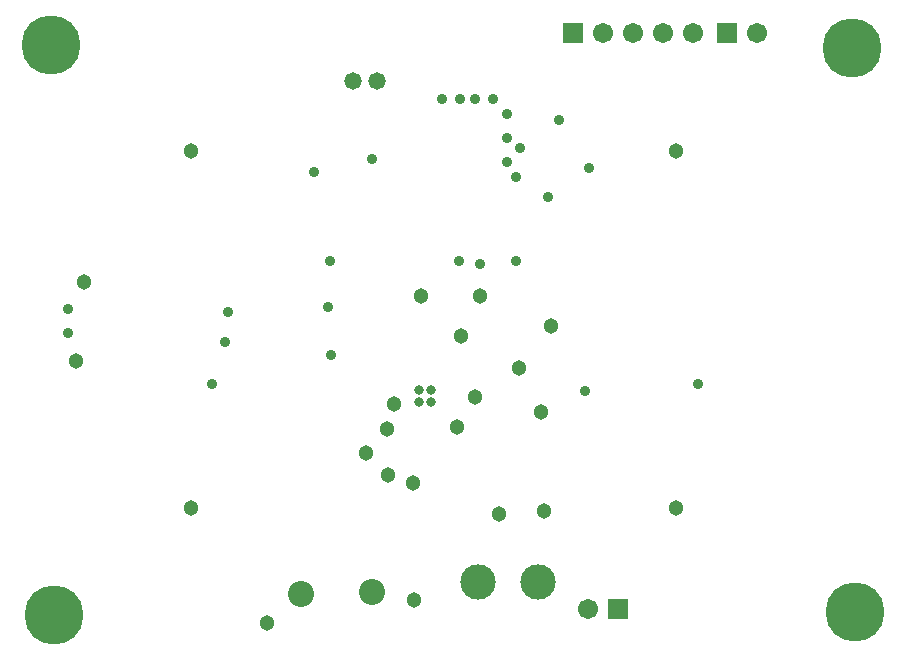
<source format=gbs>
G04*
G04 #@! TF.GenerationSoftware,Altium Limited,Altium Designer,24.10.1 (45)*
G04*
G04 Layer_Color=16711935*
%FSLAX25Y25*%
%MOIN*%
G70*
G04*
G04 #@! TF.SameCoordinates,2527C48D-E229-4BF9-9412-56DB5BB32D7D*
G04*
G04*
G04 #@! TF.FilePolarity,Negative*
G04*
G01*
G75*
%ADD58C,0.03556*%
%ADD59R,0.06706X0.06706*%
%ADD60C,0.06706*%
%ADD61C,0.11800*%
%ADD62C,0.19685*%
%ADD63C,0.05131*%
%ADD64C,0.08674*%
%ADD65C,0.05800*%
%ADD66C,0.03200*%
D58*
X126750Y450D02*
D03*
X1076Y-71751D02*
D03*
X35249Y-1076D02*
D03*
X163076Y-71751D02*
D03*
X113064Y-9386D02*
D03*
X40000Y-46000D02*
D03*
X41000Y-62000D02*
D03*
X104000Y7000D02*
D03*
X117000Y16428D02*
D03*
X-46708Y-54624D02*
D03*
Y-46625D02*
D03*
X40600Y-30625D02*
D03*
X102600Y-2625D02*
D03*
X5599Y-57625D02*
D03*
X54599Y3375D02*
D03*
X6600Y-47625D02*
D03*
X83600Y-30625D02*
D03*
X125600Y-74184D02*
D03*
X102600Y-30625D02*
D03*
X90600Y-31625D02*
D03*
X99599Y2375D02*
D03*
Y10375D02*
D03*
Y18375D02*
D03*
X95034Y23420D02*
D03*
X84034D02*
D03*
X78034D02*
D03*
X89034D02*
D03*
D59*
X121599Y45375D02*
D03*
X173000D02*
D03*
X136600Y-146625D02*
D03*
D60*
X131599Y45375D02*
D03*
X141600D02*
D03*
X151600D02*
D03*
X161600D02*
D03*
X183000D02*
D03*
X126600Y-146625D02*
D03*
D61*
X110001Y-137811D02*
D03*
X90001D02*
D03*
D62*
X214599Y40375D02*
D03*
X215599Y-147625D02*
D03*
X-51401Y-148625D02*
D03*
X-52400Y41375D02*
D03*
D63*
X-5815Y6062D02*
D03*
X155816Y6068D02*
D03*
X68187Y-104658D02*
D03*
X61905Y-78276D02*
D03*
X84310Y-55627D02*
D03*
X71048Y-42401D02*
D03*
X90661Y-42436D02*
D03*
X114147Y-52277D02*
D03*
X68606Y-143779D02*
D03*
X96733Y-114953D02*
D03*
X82899Y-85899D02*
D03*
X89000Y-76000D02*
D03*
X112000Y-114000D02*
D03*
X111000Y-81000D02*
D03*
X19600Y-151446D02*
D03*
X-43945Y-64045D02*
D03*
X-41550Y-37625D02*
D03*
X52600Y-94625D02*
D03*
X59825Y-102155D02*
D03*
X59600Y-86625D02*
D03*
X103430Y-66456D02*
D03*
X155952Y-113097D02*
D03*
X-5916Y-113182D02*
D03*
D64*
X30882Y-141604D02*
D03*
X54405Y-141159D02*
D03*
D65*
X56207Y29348D02*
D03*
X48231Y29276D02*
D03*
D66*
X74068Y-73741D02*
D03*
Y-77678D02*
D03*
X70131D02*
D03*
Y-73741D02*
D03*
M02*

</source>
